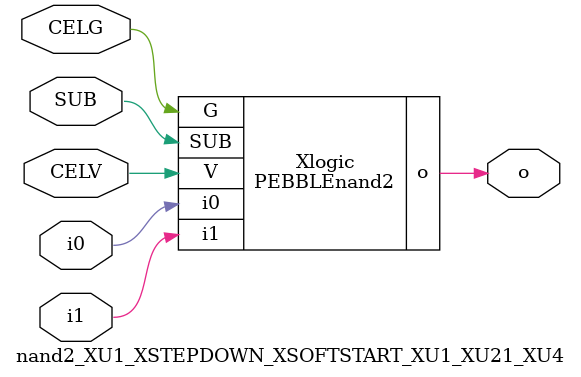
<source format=v>



module PEBBLEnand2 ( o, G, SUB, V, i0, i1 );

  input i0;
  input V;
  input i1;
  input G;
  output o;
  input SUB;
endmodule

//Celera Confidential Do Not Copy nand2_XU1_XSTEPDOWN_XSOFTSTART_XU1_XU21_XU4
//Celera Confidential Symbol Generator
//5V NAND2
module nand2_XU1_XSTEPDOWN_XSOFTSTART_XU1_XU21_XU4 (CELV,CELG,i0,i1,o,SUB);
input CELV;
input CELG;
input i0;
input i1;
input SUB;
output o;

//Celera Confidential Do Not Copy nand2
PEBBLEnand2 Xlogic(
.V (CELV),
.i0 (i0),
.i1 (i1),
.o (o),
.SUB (SUB),
.G (CELG)
);
//,diesize,PEBBLEnand2

//Celera Confidential Do Not Copy Module End
//Celera Schematic Generator
endmodule

</source>
